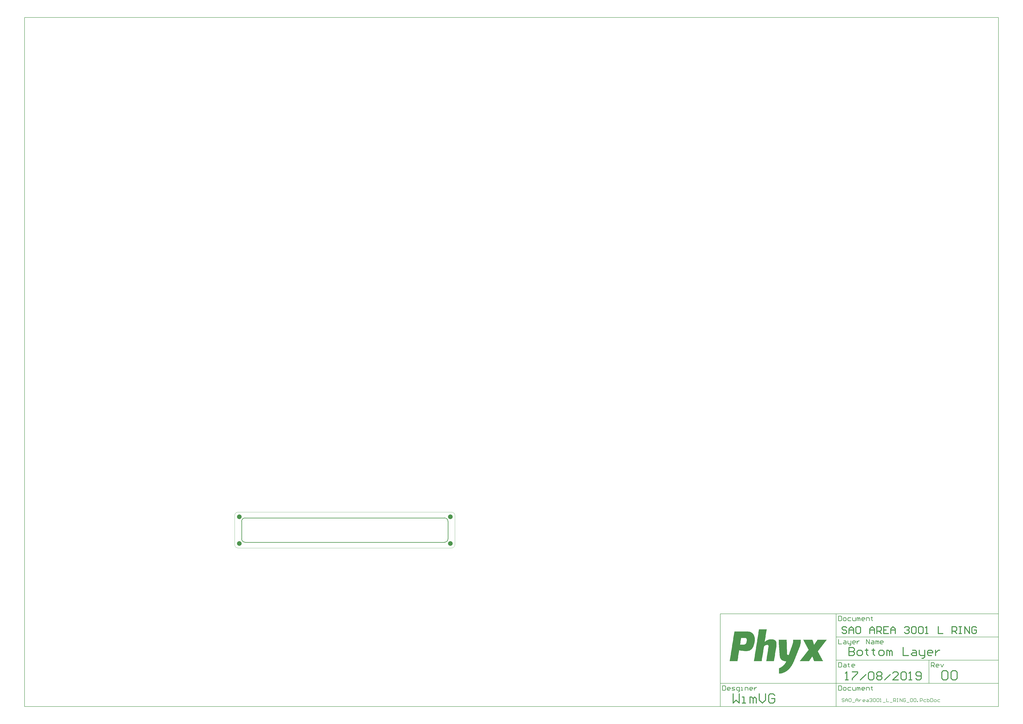
<source format=gbl>
G04*
G04 #@! TF.GenerationSoftware,Altium Limited,Altium Designer,18.1.7 (191)*
G04*
G04 Layer_Physical_Order=2*
G04 Layer_Color=16711680*
%FSLAX25Y25*%
%MOIN*%
G70*
G01*
G75*
%ADD10C,0.01575*%
%ADD11C,0.00984*%
%ADD12C,0.00394*%
%ADD13C,0.00787*%
%ADD15C,0.07874*%
G36*
X872201Y-141778D02*
X873919D01*
Y-142065D01*
X874778D01*
Y-142351D01*
X875637D01*
Y-142637D01*
X876496D01*
Y-142924D01*
X877069D01*
Y-143210D01*
X877355D01*
Y-143496D01*
X877928D01*
Y-143783D01*
X878214D01*
Y-144069D01*
X878786D01*
Y-144355D01*
X879073D01*
Y-144641D01*
X879359D01*
Y-144928D01*
X879646D01*
Y-145214D01*
X879932D01*
Y-145501D01*
X880218D01*
Y-145787D01*
X880504D01*
Y-146073D01*
Y-146359D01*
X880791D01*
Y-146646D01*
X881077D01*
Y-146932D01*
Y-147218D01*
X881363D01*
Y-147505D01*
X881650D01*
Y-147791D01*
Y-148077D01*
X881936D01*
Y-148364D01*
Y-148650D01*
Y-148936D01*
X882222D01*
Y-149223D01*
Y-149509D01*
Y-149795D01*
X882509D01*
Y-150082D01*
Y-150368D01*
Y-150654D01*
Y-150940D01*
X882795D01*
Y-151227D01*
Y-151513D01*
Y-151799D01*
Y-152086D01*
Y-152372D01*
X883081D01*
Y-152658D01*
Y-152945D01*
Y-153231D01*
Y-153517D01*
Y-153804D01*
Y-154090D01*
Y-154376D01*
Y-154663D01*
Y-154949D01*
Y-155235D01*
Y-155521D01*
Y-155808D01*
Y-156094D01*
Y-156380D01*
Y-156667D01*
Y-156953D01*
Y-157239D01*
Y-157526D01*
Y-157812D01*
Y-158098D01*
X882795D01*
Y-158385D01*
Y-158671D01*
Y-158957D01*
Y-159244D01*
Y-159530D01*
Y-159816D01*
Y-160102D01*
X882509D01*
Y-160389D01*
Y-160675D01*
Y-160961D01*
Y-161248D01*
Y-161534D01*
X882222D01*
Y-161820D01*
Y-162107D01*
Y-162393D01*
Y-162679D01*
Y-162966D01*
X881936D01*
Y-163252D01*
Y-163538D01*
Y-163824D01*
X881650D01*
Y-164111D01*
Y-164397D01*
Y-164683D01*
Y-164970D01*
X881363D01*
Y-165256D01*
Y-165542D01*
Y-165829D01*
X881077D01*
Y-166115D01*
Y-166401D01*
X880791D01*
Y-166688D01*
Y-166974D01*
Y-167260D01*
X880504D01*
Y-167547D01*
Y-167833D01*
X880218D01*
Y-168119D01*
Y-168405D01*
X879932D01*
Y-168692D01*
Y-168978D01*
X879646D01*
Y-169264D01*
X879359D01*
Y-169551D01*
Y-169837D01*
X879073D01*
Y-170123D01*
X878786D01*
Y-170410D01*
X878500D01*
Y-170696D01*
Y-170982D01*
X878214D01*
Y-171269D01*
X877928D01*
Y-171555D01*
X877641D01*
Y-171841D01*
X877355D01*
Y-172127D01*
X877069D01*
Y-172414D01*
X876496D01*
Y-172700D01*
X876210D01*
Y-172986D01*
X875637D01*
Y-173273D01*
X875351D01*
Y-173559D01*
X874778D01*
Y-173845D01*
X873919D01*
Y-174132D01*
X873060D01*
Y-174418D01*
X872201D01*
Y-174704D01*
X870483D01*
Y-174991D01*
X865330D01*
Y-174704D01*
X862753D01*
Y-174418D01*
X860749D01*
Y-174132D01*
X859317D01*
Y-173845D01*
X857886D01*
Y-173559D01*
X856454D01*
Y-173845D01*
Y-174132D01*
Y-174418D01*
Y-174704D01*
Y-174991D01*
Y-175277D01*
Y-175563D01*
X856168D01*
Y-175850D01*
Y-176136D01*
Y-176422D01*
Y-176709D01*
Y-176995D01*
Y-177281D01*
X855882D01*
Y-177568D01*
Y-177854D01*
Y-178140D01*
Y-178426D01*
Y-178713D01*
Y-178999D01*
X855595D01*
Y-179285D01*
Y-179572D01*
Y-179858D01*
Y-180144D01*
Y-180431D01*
Y-180717D01*
Y-181003D01*
X855309D01*
Y-181290D01*
Y-181576D01*
Y-181862D01*
Y-182149D01*
Y-182435D01*
Y-182721D01*
X855023D01*
Y-183007D01*
Y-183294D01*
Y-183580D01*
Y-183866D01*
Y-184153D01*
Y-184439D01*
X854736D01*
Y-184725D01*
Y-185012D01*
Y-185298D01*
Y-185584D01*
Y-185871D01*
Y-186157D01*
Y-186443D01*
X854450D01*
Y-186730D01*
Y-187016D01*
Y-187302D01*
Y-187588D01*
Y-187875D01*
Y-188161D01*
X854164D01*
Y-188447D01*
Y-188734D01*
Y-189020D01*
Y-189306D01*
Y-189593D01*
Y-189879D01*
X853877D01*
Y-190165D01*
Y-190452D01*
Y-190738D01*
Y-191024D01*
Y-191311D01*
Y-191597D01*
Y-191883D01*
X840421D01*
Y-191597D01*
X840707D01*
Y-191311D01*
Y-191024D01*
Y-190738D01*
Y-190452D01*
Y-190165D01*
X840993D01*
Y-189879D01*
Y-189593D01*
Y-189306D01*
Y-189020D01*
Y-188734D01*
Y-188447D01*
Y-188161D01*
X841280D01*
Y-187875D01*
Y-187588D01*
Y-187302D01*
Y-187016D01*
Y-186730D01*
Y-186443D01*
X841566D01*
Y-186157D01*
Y-185871D01*
Y-185584D01*
Y-185298D01*
Y-185012D01*
Y-184725D01*
X841852D01*
Y-184439D01*
Y-184153D01*
Y-183866D01*
Y-183580D01*
Y-183294D01*
Y-183007D01*
Y-182721D01*
X842138D01*
Y-182435D01*
Y-182149D01*
Y-181862D01*
Y-181576D01*
Y-181290D01*
Y-181003D01*
X842425D01*
Y-180717D01*
Y-180431D01*
Y-180144D01*
Y-179858D01*
Y-179572D01*
Y-179285D01*
X842711D01*
Y-178999D01*
Y-178713D01*
Y-178426D01*
Y-178140D01*
Y-177854D01*
Y-177568D01*
X842997D01*
Y-177281D01*
Y-176995D01*
Y-176709D01*
Y-176422D01*
Y-176136D01*
Y-175850D01*
Y-175563D01*
X843284D01*
Y-175277D01*
Y-174991D01*
Y-174704D01*
Y-174418D01*
Y-174132D01*
Y-173845D01*
X843570D01*
Y-173559D01*
Y-173273D01*
Y-172986D01*
Y-172700D01*
Y-172414D01*
Y-172127D01*
X843856D01*
Y-171841D01*
Y-171555D01*
Y-171269D01*
Y-170982D01*
Y-170696D01*
Y-170410D01*
X844143D01*
Y-170123D01*
Y-169837D01*
Y-169551D01*
Y-169264D01*
Y-168978D01*
Y-168692D01*
Y-168405D01*
X844429D01*
Y-168119D01*
Y-167833D01*
Y-167547D01*
Y-167260D01*
Y-166974D01*
Y-166688D01*
X844715D01*
Y-166401D01*
Y-166115D01*
Y-165829D01*
Y-165542D01*
Y-165256D01*
Y-164970D01*
X845002D01*
Y-164683D01*
Y-164397D01*
Y-164111D01*
Y-163824D01*
Y-163538D01*
Y-163252D01*
Y-162966D01*
X845288D01*
Y-162679D01*
Y-162393D01*
Y-162107D01*
Y-161820D01*
Y-161534D01*
Y-161248D01*
X845574D01*
Y-160961D01*
Y-160675D01*
Y-160389D01*
Y-160102D01*
Y-159816D01*
Y-159530D01*
X845861D01*
Y-159244D01*
Y-158957D01*
Y-158671D01*
Y-158385D01*
Y-158098D01*
Y-157812D01*
X846147D01*
Y-157526D01*
Y-157239D01*
Y-156953D01*
Y-156667D01*
Y-156380D01*
Y-156094D01*
Y-155808D01*
X846433D01*
Y-155521D01*
Y-155235D01*
Y-154949D01*
Y-154663D01*
Y-154376D01*
Y-154090D01*
X846719D01*
Y-153804D01*
Y-153517D01*
Y-153231D01*
Y-152945D01*
Y-152658D01*
Y-152372D01*
X847006D01*
Y-152086D01*
Y-151799D01*
Y-151513D01*
Y-151227D01*
Y-150940D01*
Y-150654D01*
Y-150368D01*
X847292D01*
Y-150082D01*
Y-149795D01*
Y-149509D01*
Y-149223D01*
Y-148936D01*
Y-148650D01*
X847578D01*
Y-148364D01*
Y-148077D01*
Y-147791D01*
Y-147505D01*
Y-147218D01*
Y-146932D01*
X847865D01*
Y-146646D01*
Y-146359D01*
Y-146073D01*
Y-145787D01*
Y-145501D01*
Y-145214D01*
Y-144928D01*
X848151D01*
Y-144641D01*
Y-144355D01*
Y-144069D01*
Y-143783D01*
Y-143496D01*
Y-143210D01*
X848437D01*
Y-142924D01*
Y-142637D01*
Y-142351D01*
Y-142065D01*
Y-141778D01*
Y-141492D01*
X872201D01*
Y-141778D01*
D02*
G37*
G36*
X903409Y-138343D02*
Y-138629D01*
X903123D01*
Y-138915D01*
Y-139202D01*
Y-139488D01*
Y-139774D01*
Y-140060D01*
Y-140347D01*
X902837D01*
Y-140633D01*
Y-140919D01*
Y-141206D01*
Y-141492D01*
Y-141778D01*
Y-142065D01*
X902551D01*
Y-142351D01*
Y-142637D01*
Y-142924D01*
Y-143210D01*
Y-143496D01*
Y-143783D01*
Y-144069D01*
X902264D01*
Y-144355D01*
Y-144641D01*
Y-144928D01*
Y-145214D01*
Y-145501D01*
Y-145787D01*
X901978D01*
Y-146073D01*
Y-146359D01*
Y-146646D01*
Y-146932D01*
Y-147218D01*
Y-147505D01*
X901692D01*
Y-147791D01*
Y-148077D01*
Y-148364D01*
Y-148650D01*
Y-148936D01*
Y-149223D01*
Y-149509D01*
X901405D01*
Y-149795D01*
Y-150082D01*
Y-150368D01*
Y-150654D01*
Y-150940D01*
Y-151227D01*
X901119D01*
Y-151513D01*
Y-151799D01*
Y-152086D01*
Y-152372D01*
Y-152658D01*
Y-152945D01*
X900833D01*
Y-153231D01*
Y-153517D01*
Y-153804D01*
Y-154090D01*
Y-154376D01*
Y-154663D01*
X900546D01*
Y-154949D01*
Y-155235D01*
Y-155521D01*
Y-155808D01*
Y-156094D01*
Y-156380D01*
Y-156667D01*
X900260D01*
Y-156953D01*
Y-157239D01*
Y-157526D01*
Y-157812D01*
Y-158098D01*
Y-158385D01*
X899974D01*
Y-158671D01*
Y-158957D01*
X900546D01*
Y-158671D01*
X900833D01*
Y-158385D01*
X901119D01*
Y-158098D01*
X901692D01*
Y-157812D01*
X901978D01*
Y-157526D01*
X902264D01*
Y-157239D01*
X902837D01*
Y-156953D01*
X903409D01*
Y-156667D01*
X903696D01*
Y-156380D01*
X904268D01*
Y-156094D01*
X905127D01*
Y-155808D01*
X905700D01*
Y-155521D01*
X906559D01*
Y-155235D01*
X907990D01*
Y-154949D01*
X914289D01*
Y-155235D01*
X915435D01*
Y-155521D01*
X916294D01*
Y-155808D01*
X916866D01*
Y-156094D01*
X917153D01*
Y-156380D01*
X917725D01*
Y-156667D01*
X918011D01*
Y-156953D01*
X918298D01*
Y-157239D01*
X918584D01*
Y-157526D01*
X918870D01*
Y-157812D01*
Y-158098D01*
X919157D01*
Y-158385D01*
Y-158671D01*
X919443D01*
Y-158957D01*
Y-159244D01*
Y-159530D01*
X919729D01*
Y-159816D01*
Y-160102D01*
Y-160389D01*
Y-160675D01*
X920016D01*
Y-160961D01*
Y-161248D01*
Y-161534D01*
Y-161820D01*
Y-162107D01*
Y-162393D01*
Y-162679D01*
Y-162966D01*
Y-163252D01*
Y-163538D01*
Y-163824D01*
Y-164111D01*
Y-164397D01*
Y-164683D01*
Y-164970D01*
Y-165256D01*
Y-165542D01*
Y-165829D01*
X919729D01*
Y-166115D01*
Y-166401D01*
Y-166688D01*
Y-166974D01*
Y-167260D01*
Y-167547D01*
Y-167833D01*
X919443D01*
Y-168119D01*
Y-168405D01*
Y-168692D01*
Y-168978D01*
Y-169264D01*
Y-169551D01*
Y-169837D01*
X919157D01*
Y-170123D01*
Y-170410D01*
Y-170696D01*
Y-170982D01*
Y-171269D01*
Y-171555D01*
X918870D01*
Y-171841D01*
Y-172127D01*
Y-172414D01*
Y-172700D01*
Y-172986D01*
Y-173273D01*
X918584D01*
Y-173559D01*
Y-173845D01*
Y-174132D01*
Y-174418D01*
Y-174704D01*
Y-174991D01*
X918298D01*
Y-175277D01*
Y-175563D01*
Y-175850D01*
Y-176136D01*
Y-176422D01*
Y-176709D01*
Y-176995D01*
X918011D01*
Y-177281D01*
Y-177568D01*
Y-177854D01*
Y-178140D01*
Y-178426D01*
Y-178713D01*
X917725D01*
Y-178999D01*
Y-179285D01*
Y-179572D01*
Y-179858D01*
Y-180144D01*
Y-180431D01*
X917439D01*
Y-180717D01*
Y-181003D01*
Y-181290D01*
Y-181576D01*
Y-181862D01*
Y-182149D01*
Y-182435D01*
X917153D01*
Y-182721D01*
Y-183007D01*
Y-183294D01*
Y-183580D01*
Y-183866D01*
Y-184153D01*
X916866D01*
Y-184439D01*
Y-184725D01*
Y-185012D01*
Y-185298D01*
Y-185584D01*
Y-185871D01*
X916580D01*
Y-186157D01*
Y-186443D01*
Y-186730D01*
Y-187016D01*
Y-187302D01*
Y-187588D01*
X916294D01*
Y-187875D01*
Y-188161D01*
Y-188447D01*
Y-188734D01*
Y-189020D01*
Y-189306D01*
Y-189593D01*
X916007D01*
Y-189879D01*
Y-190165D01*
Y-190452D01*
Y-190738D01*
Y-191024D01*
Y-191311D01*
X915721D01*
Y-191597D01*
Y-191883D01*
X902551D01*
Y-191597D01*
Y-191311D01*
X902837D01*
Y-191024D01*
Y-190738D01*
Y-190452D01*
Y-190165D01*
Y-189879D01*
Y-189593D01*
X903123D01*
Y-189306D01*
Y-189020D01*
Y-188734D01*
Y-188447D01*
Y-188161D01*
Y-187875D01*
Y-187588D01*
X903409D01*
Y-187302D01*
Y-187016D01*
Y-186730D01*
Y-186443D01*
Y-186157D01*
Y-185871D01*
X903696D01*
Y-185584D01*
Y-185298D01*
Y-185012D01*
Y-184725D01*
Y-184439D01*
Y-184153D01*
X903982D01*
Y-183866D01*
Y-183580D01*
Y-183294D01*
Y-183007D01*
Y-182721D01*
Y-182435D01*
Y-182149D01*
X904268D01*
Y-181862D01*
Y-181576D01*
Y-181290D01*
Y-181003D01*
Y-180717D01*
Y-180431D01*
X904555D01*
Y-180144D01*
Y-179858D01*
Y-179572D01*
Y-179285D01*
Y-178999D01*
Y-178713D01*
Y-178426D01*
X904841D01*
Y-178140D01*
Y-177854D01*
Y-177568D01*
Y-177281D01*
Y-176995D01*
Y-176709D01*
X905127D01*
Y-176422D01*
Y-176136D01*
Y-175850D01*
Y-175563D01*
Y-175277D01*
Y-174991D01*
X905414D01*
Y-174704D01*
Y-174418D01*
Y-174132D01*
Y-173845D01*
Y-173559D01*
Y-173273D01*
X905700D01*
Y-172986D01*
Y-172700D01*
Y-172414D01*
Y-172127D01*
Y-171841D01*
Y-171555D01*
Y-171269D01*
X905986D01*
Y-170982D01*
Y-170696D01*
Y-170410D01*
Y-170123D01*
Y-169837D01*
Y-169551D01*
X906273D01*
Y-169264D01*
Y-168978D01*
Y-168692D01*
Y-168405D01*
Y-168119D01*
Y-167833D01*
Y-167547D01*
X906559D01*
Y-167260D01*
Y-166974D01*
Y-166688D01*
Y-166401D01*
Y-166115D01*
Y-165829D01*
X906273D01*
Y-165542D01*
Y-165256D01*
X905986D01*
Y-164970D01*
X905700D01*
Y-164683D01*
X905127D01*
Y-164397D01*
X903409D01*
Y-164683D01*
X901978D01*
Y-164970D01*
X901119D01*
Y-165256D01*
X900546D01*
Y-165542D01*
X900260D01*
Y-165829D01*
X899687D01*
Y-166115D01*
X899401D01*
Y-166401D01*
X899115D01*
Y-166688D01*
Y-166974D01*
X898828D01*
Y-167260D01*
Y-167547D01*
Y-167833D01*
X898542D01*
Y-168119D01*
Y-168405D01*
Y-168692D01*
Y-168978D01*
Y-169264D01*
Y-169551D01*
X898256D01*
Y-169837D01*
Y-170123D01*
Y-170410D01*
Y-170696D01*
Y-170982D01*
Y-171269D01*
Y-171555D01*
X897970D01*
Y-171841D01*
Y-172127D01*
Y-172414D01*
Y-172700D01*
Y-172986D01*
Y-173273D01*
X897683D01*
Y-173559D01*
Y-173845D01*
Y-174132D01*
Y-174418D01*
Y-174704D01*
Y-174991D01*
X897397D01*
Y-175277D01*
Y-175563D01*
Y-175850D01*
Y-176136D01*
Y-176422D01*
Y-176709D01*
X897111D01*
Y-176995D01*
Y-177281D01*
Y-177568D01*
Y-177854D01*
Y-178140D01*
Y-178426D01*
Y-178713D01*
X896824D01*
Y-178999D01*
Y-179285D01*
Y-179572D01*
Y-179858D01*
Y-180144D01*
Y-180431D01*
X896538D01*
Y-180717D01*
Y-181003D01*
Y-181290D01*
Y-181576D01*
Y-181862D01*
Y-182149D01*
X896252D01*
Y-182435D01*
Y-182721D01*
Y-183007D01*
Y-183294D01*
Y-183580D01*
Y-183866D01*
Y-184153D01*
X895965D01*
Y-184439D01*
Y-184725D01*
Y-185012D01*
Y-185298D01*
Y-185584D01*
Y-185871D01*
X895679D01*
Y-186157D01*
Y-186443D01*
Y-186730D01*
Y-187016D01*
Y-187302D01*
Y-187588D01*
X895393D01*
Y-187875D01*
Y-188161D01*
Y-188447D01*
Y-188734D01*
Y-189020D01*
Y-189306D01*
X895106D01*
Y-189593D01*
Y-189879D01*
Y-190165D01*
Y-190452D01*
Y-190738D01*
Y-191024D01*
Y-191311D01*
X894820D01*
Y-191597D01*
Y-191883D01*
X881650D01*
Y-191597D01*
Y-191311D01*
X881936D01*
Y-191024D01*
Y-190738D01*
Y-190452D01*
Y-190165D01*
Y-189879D01*
Y-189593D01*
Y-189306D01*
X882222D01*
Y-189020D01*
Y-188734D01*
Y-188447D01*
Y-188161D01*
Y-187875D01*
Y-187588D01*
X882509D01*
Y-187302D01*
Y-187016D01*
Y-186730D01*
Y-186443D01*
Y-186157D01*
Y-185871D01*
X882795D01*
Y-185584D01*
Y-185298D01*
Y-185012D01*
Y-184725D01*
Y-184439D01*
Y-184153D01*
Y-183866D01*
X883081D01*
Y-183580D01*
Y-183294D01*
Y-183007D01*
Y-182721D01*
Y-182435D01*
Y-182149D01*
X883368D01*
Y-181862D01*
Y-181576D01*
Y-181290D01*
Y-181003D01*
Y-180717D01*
Y-180431D01*
X883654D01*
Y-180144D01*
Y-179858D01*
Y-179572D01*
Y-179285D01*
Y-178999D01*
Y-178713D01*
X883940D01*
Y-178426D01*
Y-178140D01*
Y-177854D01*
Y-177568D01*
Y-177281D01*
Y-176995D01*
Y-176709D01*
X884227D01*
Y-176422D01*
Y-176136D01*
Y-175850D01*
Y-175563D01*
Y-175277D01*
Y-174991D01*
X884513D01*
Y-174704D01*
Y-174418D01*
Y-174132D01*
Y-173845D01*
Y-173559D01*
Y-173273D01*
X884799D01*
Y-172986D01*
Y-172700D01*
Y-172414D01*
Y-172127D01*
Y-171841D01*
Y-171555D01*
Y-171269D01*
X885085D01*
Y-170982D01*
Y-170696D01*
Y-170410D01*
Y-170123D01*
Y-169837D01*
Y-169551D01*
X885372D01*
Y-169264D01*
Y-168978D01*
Y-168692D01*
Y-168405D01*
Y-168119D01*
Y-167833D01*
X885658D01*
Y-167547D01*
Y-167260D01*
Y-166974D01*
Y-166688D01*
Y-166401D01*
Y-166115D01*
X885944D01*
Y-165829D01*
Y-165542D01*
Y-165256D01*
Y-164970D01*
Y-164683D01*
Y-164397D01*
Y-164111D01*
X886231D01*
Y-163824D01*
Y-163538D01*
Y-163252D01*
Y-162966D01*
Y-162679D01*
Y-162393D01*
X886517D01*
Y-162107D01*
Y-161820D01*
Y-161534D01*
Y-161248D01*
Y-160961D01*
Y-160675D01*
X886803D01*
Y-160389D01*
Y-160102D01*
Y-159816D01*
Y-159530D01*
Y-159244D01*
Y-158957D01*
X887090D01*
Y-158671D01*
Y-158385D01*
Y-158098D01*
Y-157812D01*
Y-157526D01*
Y-157239D01*
Y-156953D01*
X887376D01*
Y-156667D01*
Y-156380D01*
Y-156094D01*
Y-155808D01*
Y-155521D01*
Y-155235D01*
X887662D01*
Y-154949D01*
Y-154663D01*
Y-154376D01*
Y-154090D01*
Y-153804D01*
Y-153517D01*
X887949D01*
Y-153231D01*
Y-152945D01*
Y-152658D01*
Y-152372D01*
Y-152086D01*
Y-151799D01*
Y-151513D01*
X888235D01*
Y-151227D01*
Y-150940D01*
Y-150654D01*
Y-150368D01*
Y-150082D01*
Y-149795D01*
X888521D01*
Y-149509D01*
Y-149223D01*
Y-148936D01*
Y-148650D01*
Y-148364D01*
Y-148077D01*
X888807D01*
Y-147791D01*
Y-147505D01*
Y-147218D01*
Y-146932D01*
Y-146646D01*
Y-146359D01*
X889094D01*
Y-146073D01*
Y-145787D01*
Y-145501D01*
Y-145214D01*
Y-144928D01*
Y-144641D01*
Y-144355D01*
X889380D01*
Y-144069D01*
Y-143783D01*
Y-143496D01*
Y-143210D01*
Y-142924D01*
Y-142637D01*
X889666D01*
Y-142351D01*
Y-142065D01*
Y-141778D01*
Y-141492D01*
Y-141206D01*
Y-140919D01*
X889953D01*
Y-140633D01*
Y-140347D01*
Y-140060D01*
Y-139774D01*
Y-139488D01*
Y-139202D01*
Y-138915D01*
X890239D01*
Y-138629D01*
Y-138343D01*
Y-138056D01*
X903409D01*
Y-138343D01*
D02*
G37*
G36*
X1005337Y-155808D02*
X1005050D01*
Y-156094D01*
X1004764D01*
Y-156380D01*
Y-156667D01*
X1004478D01*
Y-156953D01*
X1004192D01*
Y-157239D01*
X1003905D01*
Y-157526D01*
Y-157812D01*
X1003619D01*
Y-158098D01*
X1003333D01*
Y-158385D01*
X1003046D01*
Y-158671D01*
X1002760D01*
Y-158957D01*
Y-159244D01*
X1002474D01*
Y-159530D01*
X1002187D01*
Y-159816D01*
X1001901D01*
Y-160102D01*
Y-160389D01*
X1001615D01*
Y-160675D01*
X1001328D01*
Y-160961D01*
X1001042D01*
Y-161248D01*
X1000756D01*
Y-161534D01*
Y-161820D01*
X1000469D01*
Y-162107D01*
X1000183D01*
Y-162393D01*
X999897D01*
Y-162679D01*
Y-162966D01*
X999611D01*
Y-163252D01*
X999324D01*
Y-163538D01*
X999038D01*
Y-163824D01*
Y-164111D01*
X998752D01*
Y-164397D01*
X998465D01*
Y-164683D01*
X998179D01*
Y-164970D01*
X997893D01*
Y-165256D01*
Y-165542D01*
X997606D01*
Y-165829D01*
X997320D01*
Y-166115D01*
X997034D01*
Y-166401D01*
Y-166688D01*
X996747D01*
Y-166974D01*
X996461D01*
Y-167260D01*
X996175D01*
Y-167547D01*
Y-167833D01*
X995889D01*
Y-168119D01*
X995602D01*
Y-168405D01*
X995316D01*
Y-168692D01*
X995030D01*
Y-168978D01*
Y-169264D01*
X994743D01*
Y-169551D01*
X994457D01*
Y-169837D01*
X994171D01*
Y-170123D01*
Y-170410D01*
X993884D01*
Y-170696D01*
X993598D01*
Y-170982D01*
X993312D01*
Y-171269D01*
Y-171555D01*
X993025D01*
Y-171841D01*
X992739D01*
Y-172127D01*
X992453D01*
Y-172414D01*
X992166D01*
Y-172700D01*
Y-172986D01*
X991880D01*
Y-173273D01*
X991594D01*
Y-173559D01*
X991308D01*
Y-173845D01*
Y-174132D01*
X991021D01*
Y-174418D01*
X990735D01*
Y-174704D01*
X990449D01*
Y-174991D01*
X990162D01*
Y-175277D01*
Y-175563D01*
X990449D01*
Y-175850D01*
Y-176136D01*
X990735D01*
Y-176422D01*
Y-176709D01*
X991021D01*
Y-176995D01*
X991308D01*
Y-177281D01*
Y-177568D01*
X991594D01*
Y-177854D01*
Y-178140D01*
X991880D01*
Y-178426D01*
Y-178713D01*
X992166D01*
Y-178999D01*
Y-179285D01*
X992453D01*
Y-179572D01*
Y-179858D01*
X992739D01*
Y-180144D01*
Y-180431D01*
X993025D01*
Y-180717D01*
Y-181003D01*
X993312D01*
Y-181290D01*
Y-181576D01*
X993598D01*
Y-181862D01*
X993884D01*
Y-182149D01*
Y-182435D01*
X994171D01*
Y-182721D01*
Y-183007D01*
X994457D01*
Y-183294D01*
Y-183580D01*
X994743D01*
Y-183866D01*
Y-184153D01*
X995030D01*
Y-184439D01*
Y-184725D01*
X995316D01*
Y-185012D01*
Y-185298D01*
X995602D01*
Y-185584D01*
Y-185871D01*
X995889D01*
Y-186157D01*
X996175D01*
Y-186443D01*
Y-186730D01*
X996461D01*
Y-187016D01*
Y-187302D01*
X996747D01*
Y-187588D01*
Y-187875D01*
X997034D01*
Y-188161D01*
Y-188447D01*
X997320D01*
Y-188734D01*
Y-189020D01*
X997606D01*
Y-189306D01*
Y-189593D01*
X997893D01*
Y-189879D01*
Y-190165D01*
X998179D01*
Y-190452D01*
X998465D01*
Y-190738D01*
Y-191024D01*
X998752D01*
Y-191311D01*
Y-191597D01*
X999038D01*
Y-191883D01*
X983863D01*
Y-191597D01*
X983577D01*
Y-191311D01*
Y-191024D01*
Y-190738D01*
X983291D01*
Y-190452D01*
Y-190165D01*
Y-189879D01*
X983004D01*
Y-189593D01*
Y-189306D01*
X982718D01*
Y-189020D01*
Y-188734D01*
Y-188447D01*
X982432D01*
Y-188161D01*
Y-187875D01*
Y-187588D01*
X982146D01*
Y-187302D01*
Y-187016D01*
X981859D01*
Y-186730D01*
Y-186443D01*
Y-186157D01*
X981573D01*
Y-185871D01*
Y-185584D01*
Y-185298D01*
X981287D01*
Y-185012D01*
Y-184725D01*
Y-184439D01*
X981000D01*
Y-184153D01*
X980428D01*
Y-184439D01*
Y-184725D01*
X980141D01*
Y-185012D01*
X979855D01*
Y-185298D01*
Y-185584D01*
X979569D01*
Y-185871D01*
X979282D01*
Y-186157D01*
Y-186443D01*
X978996D01*
Y-186730D01*
X978710D01*
Y-187016D01*
Y-187302D01*
X978423D01*
Y-187588D01*
X978137D01*
Y-187875D01*
X977851D01*
Y-188161D01*
Y-188447D01*
X977565D01*
Y-188734D01*
X977278D01*
Y-189020D01*
Y-189306D01*
X976992D01*
Y-189593D01*
X976705D01*
Y-189879D01*
Y-190165D01*
X976419D01*
Y-190452D01*
X976133D01*
Y-190738D01*
Y-191024D01*
X975847D01*
Y-191311D01*
X975560D01*
Y-191597D01*
Y-191883D01*
X959527D01*
Y-191597D01*
X959813D01*
Y-191311D01*
X960099D01*
Y-191024D01*
X960386D01*
Y-190738D01*
X960672D01*
Y-190452D01*
Y-190165D01*
X960958D01*
Y-189879D01*
X961245D01*
Y-189593D01*
X961531D01*
Y-189306D01*
X961817D01*
Y-189020D01*
Y-188734D01*
X962104D01*
Y-188447D01*
X962390D01*
Y-188161D01*
X962676D01*
Y-187875D01*
Y-187588D01*
X962963D01*
Y-187302D01*
X963249D01*
Y-187016D01*
X963535D01*
Y-186730D01*
X963822D01*
Y-186443D01*
Y-186157D01*
X964108D01*
Y-185871D01*
X964394D01*
Y-185584D01*
X964680D01*
Y-185298D01*
X964967D01*
Y-185012D01*
Y-184725D01*
X965253D01*
Y-184439D01*
X965539D01*
Y-184153D01*
X965826D01*
Y-183866D01*
Y-183580D01*
X966112D01*
Y-183294D01*
X966398D01*
Y-183007D01*
X966685D01*
Y-182721D01*
X966971D01*
Y-182435D01*
Y-182149D01*
X967257D01*
Y-181862D01*
X967544D01*
Y-181576D01*
X967830D01*
Y-181290D01*
Y-181003D01*
X968116D01*
Y-180717D01*
X968402D01*
Y-180431D01*
X968689D01*
Y-180144D01*
X968975D01*
Y-179858D01*
Y-179572D01*
X969261D01*
Y-179285D01*
X969548D01*
Y-178999D01*
X969834D01*
Y-178713D01*
Y-178426D01*
X970120D01*
Y-178140D01*
X970407D01*
Y-177854D01*
X970693D01*
Y-177568D01*
X970979D01*
Y-177281D01*
Y-176995D01*
X971266D01*
Y-176709D01*
X971552D01*
Y-176422D01*
X971838D01*
Y-176136D01*
X972124D01*
Y-175850D01*
Y-175563D01*
X972411D01*
Y-175277D01*
X972697D01*
Y-174991D01*
X972983D01*
Y-174704D01*
Y-174418D01*
X973270D01*
Y-174132D01*
X973556D01*
Y-173845D01*
X973842D01*
Y-173559D01*
X974129D01*
Y-173273D01*
Y-172986D01*
X974415D01*
Y-172700D01*
Y-172414D01*
Y-172127D01*
X974129D01*
Y-171841D01*
X973842D01*
Y-171555D01*
Y-171269D01*
X973556D01*
Y-170982D01*
Y-170696D01*
X973270D01*
Y-170410D01*
Y-170123D01*
X972983D01*
Y-169837D01*
Y-169551D01*
X972697D01*
Y-169264D01*
Y-168978D01*
X972411D01*
Y-168692D01*
Y-168405D01*
X972124D01*
Y-168119D01*
X971838D01*
Y-167833D01*
Y-167547D01*
X971552D01*
Y-167260D01*
Y-166974D01*
X971266D01*
Y-166688D01*
Y-166401D01*
X970979D01*
Y-166115D01*
Y-165829D01*
X970693D01*
Y-165542D01*
Y-165256D01*
X970407D01*
Y-164970D01*
Y-164683D01*
X970120D01*
Y-164397D01*
X969834D01*
Y-164111D01*
Y-163824D01*
X969548D01*
Y-163538D01*
Y-163252D01*
X969261D01*
Y-162966D01*
Y-162679D01*
X968975D01*
Y-162393D01*
Y-162107D01*
X968689D01*
Y-161820D01*
Y-161534D01*
X968402D01*
Y-161248D01*
Y-160961D01*
X968116D01*
Y-160675D01*
Y-160389D01*
X967830D01*
Y-160102D01*
X967544D01*
Y-159816D01*
Y-159530D01*
X967257D01*
Y-159244D01*
Y-158957D01*
X966971D01*
Y-158671D01*
Y-158385D01*
X966685D01*
Y-158098D01*
Y-157812D01*
X966398D01*
Y-157526D01*
Y-157239D01*
X966112D01*
Y-156953D01*
Y-156667D01*
X965826D01*
Y-156380D01*
X965539D01*
Y-156094D01*
Y-155808D01*
X965253D01*
Y-155521D01*
X981000D01*
Y-155808D01*
X981287D01*
Y-156094D01*
Y-156380D01*
Y-156667D01*
X981573D01*
Y-156953D01*
Y-157239D01*
Y-157526D01*
X981859D01*
Y-157812D01*
Y-158098D01*
Y-158385D01*
X982146D01*
Y-158671D01*
Y-158957D01*
Y-159244D01*
X982432D01*
Y-159530D01*
Y-159816D01*
Y-160102D01*
X982718D01*
Y-160389D01*
Y-160675D01*
Y-160961D01*
X983004D01*
Y-161248D01*
Y-161534D01*
Y-161820D01*
X983291D01*
Y-162107D01*
Y-162393D01*
Y-162679D01*
X983577D01*
Y-162966D01*
Y-163252D01*
Y-163538D01*
Y-163824D01*
X984150D01*
Y-163538D01*
X984436D01*
Y-163252D01*
X984722D01*
Y-162966D01*
Y-162679D01*
X985009D01*
Y-162393D01*
X985295D01*
Y-162107D01*
Y-161820D01*
X985581D01*
Y-161534D01*
X985868D01*
Y-161248D01*
Y-160961D01*
X986154D01*
Y-160675D01*
X986440D01*
Y-160389D01*
Y-160102D01*
X986726D01*
Y-159816D01*
X987013D01*
Y-159530D01*
Y-159244D01*
X987299D01*
Y-158957D01*
X987585D01*
Y-158671D01*
Y-158385D01*
X987872D01*
Y-158098D01*
X988158D01*
Y-157812D01*
Y-157526D01*
X988444D01*
Y-157239D01*
X988731D01*
Y-156953D01*
Y-156667D01*
X989017D01*
Y-156380D01*
X989303D01*
Y-156094D01*
Y-155808D01*
X989590D01*
Y-155521D01*
X1005337D01*
Y-155808D01*
D02*
G37*
G36*
X961245D02*
Y-156094D01*
Y-156380D01*
Y-156667D01*
Y-156953D01*
Y-157239D01*
Y-157526D01*
Y-157812D01*
Y-158098D01*
Y-158385D01*
Y-158671D01*
Y-158957D01*
Y-159244D01*
Y-159530D01*
Y-159816D01*
Y-160102D01*
Y-160389D01*
Y-160675D01*
Y-160961D01*
Y-161248D01*
Y-161534D01*
X960958D01*
Y-161820D01*
Y-162107D01*
Y-162393D01*
Y-162679D01*
Y-162966D01*
X960672D01*
Y-163252D01*
Y-163538D01*
Y-163824D01*
Y-164111D01*
X960386D01*
Y-164397D01*
Y-164683D01*
Y-164970D01*
Y-165256D01*
X960099D01*
Y-165542D01*
Y-165829D01*
Y-166115D01*
X959813D01*
Y-166401D01*
Y-166688D01*
Y-166974D01*
X959527D01*
Y-167260D01*
Y-167547D01*
Y-167833D01*
X959241D01*
Y-168119D01*
Y-168405D01*
Y-168692D01*
X958954D01*
Y-168978D01*
Y-169264D01*
X958668D01*
Y-169551D01*
Y-169837D01*
X958381D01*
Y-170123D01*
Y-170410D01*
Y-170696D01*
X958095D01*
Y-170982D01*
Y-171269D01*
X957809D01*
Y-171555D01*
Y-171841D01*
Y-172127D01*
X957523D01*
Y-172414D01*
Y-172700D01*
X957236D01*
Y-172986D01*
Y-173273D01*
Y-173559D01*
X956950D01*
Y-173845D01*
Y-174132D01*
X956664D01*
Y-174418D01*
Y-174704D01*
Y-174991D01*
X956377D01*
Y-175277D01*
Y-175563D01*
X956091D01*
Y-175850D01*
Y-176136D01*
Y-176422D01*
X955805D01*
Y-176709D01*
Y-176995D01*
X955518D01*
Y-177281D01*
Y-177568D01*
Y-177854D01*
X955232D01*
Y-178140D01*
Y-178426D01*
X954946D01*
Y-178713D01*
Y-178999D01*
Y-179285D01*
X954659D01*
Y-179572D01*
Y-179858D01*
X954373D01*
Y-180144D01*
Y-180431D01*
Y-180717D01*
X954087D01*
Y-181003D01*
Y-181290D01*
X953800D01*
Y-181576D01*
Y-181862D01*
Y-182149D01*
X953514D01*
Y-182435D01*
Y-182721D01*
X953228D01*
Y-183007D01*
Y-183294D01*
Y-183580D01*
X952942D01*
Y-183866D01*
Y-184153D01*
X952655D01*
Y-184439D01*
Y-184725D01*
Y-185012D01*
X952369D01*
Y-185298D01*
Y-185584D01*
X952083D01*
Y-185871D01*
Y-186157D01*
Y-186443D01*
X951796D01*
Y-186730D01*
Y-187016D01*
X951510D01*
Y-187302D01*
Y-187588D01*
Y-187875D01*
X951224D01*
Y-188161D01*
Y-188447D01*
X950937D01*
Y-188734D01*
Y-189020D01*
Y-189306D01*
X950651D01*
Y-189593D01*
Y-189879D01*
X950365D01*
Y-190165D01*
Y-190452D01*
Y-190738D01*
X950078D01*
Y-191024D01*
Y-191311D01*
X949792D01*
Y-191597D01*
Y-191883D01*
Y-192169D01*
X949506D01*
Y-192456D01*
Y-192742D01*
X949220D01*
Y-193028D01*
Y-193315D01*
X948933D01*
Y-193601D01*
Y-193887D01*
X948647D01*
Y-194174D01*
Y-194460D01*
Y-194746D01*
X948361D01*
Y-195033D01*
X948074D01*
Y-195319D01*
Y-195605D01*
Y-195891D01*
X947788D01*
Y-196178D01*
X947502D01*
Y-196464D01*
Y-196750D01*
X947215D01*
Y-197037D01*
Y-197323D01*
X946929D01*
Y-197609D01*
Y-197896D01*
X946643D01*
Y-198182D01*
Y-198468D01*
X946356D01*
Y-198755D01*
X946070D01*
Y-199041D01*
Y-199327D01*
X945784D01*
Y-199614D01*
Y-199900D01*
X945497D01*
Y-200186D01*
X945211D01*
Y-200472D01*
X944925D01*
Y-200759D01*
Y-201045D01*
X944639D01*
Y-201331D01*
X944352D01*
Y-201618D01*
Y-201904D01*
X944066D01*
Y-202190D01*
X943780D01*
Y-202477D01*
X943493D01*
Y-202763D01*
Y-203049D01*
X943207D01*
Y-203336D01*
X942921D01*
Y-203622D01*
X942634D01*
Y-203908D01*
X942348D01*
Y-204195D01*
X942062D01*
Y-204481D01*
Y-204767D01*
X941775D01*
Y-205053D01*
X941489D01*
Y-205340D01*
X941203D01*
Y-205626D01*
X940916D01*
Y-205912D01*
X940630D01*
Y-206199D01*
X940344D01*
Y-206485D01*
X940057D01*
Y-206771D01*
X939485D01*
Y-207058D01*
X939199D01*
Y-207344D01*
X938912D01*
Y-207630D01*
X938626D01*
Y-207917D01*
X938340D01*
Y-208203D01*
X937767D01*
Y-208489D01*
X937481D01*
Y-208776D01*
X936908D01*
Y-209062D01*
X936622D01*
Y-209348D01*
X936049D01*
Y-209634D01*
X935763D01*
Y-209921D01*
X935190D01*
Y-210207D01*
X934618D01*
Y-210493D01*
X934045D01*
Y-210780D01*
X933472D01*
Y-211066D01*
X932900D01*
Y-211352D01*
X932041D01*
Y-211639D01*
X931468D01*
Y-211925D01*
X930609D01*
Y-212211D01*
X929464D01*
Y-212498D01*
X928319D01*
Y-212784D01*
X926601D01*
Y-213070D01*
X924597D01*
Y-213357D01*
X924310D01*
Y-213070D01*
Y-212784D01*
Y-212498D01*
Y-212211D01*
Y-211925D01*
Y-211639D01*
Y-211352D01*
Y-211066D01*
Y-210780D01*
Y-210493D01*
Y-210207D01*
Y-209921D01*
Y-209634D01*
Y-209348D01*
Y-209062D01*
Y-208776D01*
Y-208489D01*
Y-208203D01*
Y-207917D01*
Y-207630D01*
Y-207344D01*
Y-207058D01*
Y-206771D01*
Y-206485D01*
Y-206199D01*
Y-205912D01*
Y-205626D01*
Y-205340D01*
Y-205053D01*
Y-204767D01*
Y-204481D01*
Y-204195D01*
Y-203908D01*
X924883D01*
Y-203622D01*
X925455D01*
Y-203336D01*
X926028D01*
Y-203049D01*
X926601D01*
Y-202763D01*
X927173D01*
Y-202477D01*
X927746D01*
Y-202190D01*
X928032D01*
Y-201904D01*
X928605D01*
Y-201618D01*
X928891D01*
Y-201331D01*
X929464D01*
Y-201045D01*
X929750D01*
Y-200759D01*
X930037D01*
Y-200472D01*
X930609D01*
Y-200186D01*
X930896D01*
Y-199900D01*
X931182D01*
Y-199614D01*
X931468D01*
Y-199327D01*
X931754D01*
Y-199041D01*
X932041D01*
Y-198755D01*
X932327D01*
Y-198468D01*
X932613D01*
Y-198182D01*
X932900D01*
Y-197896D01*
X933186D01*
Y-197609D01*
X933472D01*
Y-197323D01*
X933759D01*
Y-197037D01*
Y-196750D01*
X934045D01*
Y-196464D01*
X934331D01*
Y-196178D01*
X934618D01*
Y-195891D01*
Y-195605D01*
X934904D01*
Y-195319D01*
X935190D01*
Y-195033D01*
Y-194746D01*
X935476D01*
Y-194460D01*
Y-194174D01*
X935763D01*
Y-193887D01*
X936049D01*
Y-193601D01*
Y-193315D01*
X936335D01*
Y-193028D01*
Y-192742D01*
X936622D01*
Y-192456D01*
Y-192169D01*
X934904D01*
Y-191883D01*
X932900D01*
Y-191597D01*
X931754D01*
Y-191311D01*
X931182D01*
Y-191024D01*
X930323D01*
Y-190738D01*
X929750D01*
Y-190452D01*
X929464D01*
Y-190165D01*
X928891D01*
Y-189879D01*
X928605D01*
Y-189593D01*
X928319D01*
Y-189306D01*
X928032D01*
Y-189020D01*
X927746D01*
Y-188734D01*
X927460D01*
Y-188447D01*
Y-188161D01*
X927173D01*
Y-187875D01*
X926887D01*
Y-187588D01*
Y-187302D01*
X926601D01*
Y-187016D01*
Y-186730D01*
X926315D01*
Y-186443D01*
Y-186157D01*
X926028D01*
Y-185871D01*
Y-185584D01*
Y-185298D01*
X925742D01*
Y-185012D01*
Y-184725D01*
Y-184439D01*
Y-184153D01*
X925455D01*
Y-183866D01*
Y-183580D01*
Y-183294D01*
Y-183007D01*
Y-182721D01*
Y-182435D01*
Y-182149D01*
X925169D01*
Y-181862D01*
Y-181576D01*
Y-181290D01*
Y-181003D01*
Y-180717D01*
Y-180431D01*
Y-180144D01*
Y-179858D01*
Y-179572D01*
Y-179285D01*
Y-178999D01*
Y-178713D01*
Y-178426D01*
Y-178140D01*
Y-177854D01*
X924883D01*
Y-177568D01*
Y-177281D01*
Y-176995D01*
Y-176709D01*
Y-176422D01*
Y-176136D01*
Y-175850D01*
Y-175563D01*
Y-175277D01*
Y-174991D01*
Y-174704D01*
Y-174418D01*
Y-174132D01*
Y-173845D01*
Y-173559D01*
X924597D01*
Y-173273D01*
Y-172986D01*
Y-172700D01*
Y-172414D01*
Y-172127D01*
Y-171841D01*
Y-171555D01*
Y-171269D01*
Y-170982D01*
Y-170696D01*
Y-170410D01*
Y-170123D01*
Y-169837D01*
Y-169551D01*
Y-169264D01*
Y-168978D01*
X924310D01*
Y-168692D01*
Y-168405D01*
Y-168119D01*
Y-167833D01*
Y-167547D01*
Y-167260D01*
Y-166974D01*
Y-166688D01*
Y-166401D01*
Y-166115D01*
Y-165829D01*
Y-165542D01*
Y-165256D01*
Y-164970D01*
Y-164683D01*
Y-164397D01*
X924024D01*
Y-164111D01*
Y-163824D01*
Y-163538D01*
Y-163252D01*
Y-162966D01*
Y-162679D01*
Y-162393D01*
Y-162107D01*
Y-161820D01*
Y-161534D01*
Y-161248D01*
Y-160961D01*
Y-160675D01*
Y-160389D01*
X923738D01*
Y-160102D01*
Y-159816D01*
Y-159530D01*
Y-159244D01*
Y-158957D01*
Y-158671D01*
Y-158385D01*
Y-158098D01*
Y-157812D01*
Y-157526D01*
Y-157239D01*
Y-156953D01*
Y-156667D01*
Y-156380D01*
Y-156094D01*
Y-155808D01*
X923451D01*
Y-155521D01*
X937194D01*
Y-155808D01*
Y-156094D01*
Y-156380D01*
Y-156667D01*
Y-156953D01*
Y-157239D01*
Y-157526D01*
Y-157812D01*
Y-158098D01*
Y-158385D01*
Y-158671D01*
Y-158957D01*
Y-159244D01*
Y-159530D01*
X937481D01*
Y-159816D01*
Y-160102D01*
Y-160389D01*
Y-160675D01*
Y-160961D01*
Y-161248D01*
Y-161534D01*
Y-161820D01*
Y-162107D01*
Y-162393D01*
Y-162679D01*
Y-162966D01*
Y-163252D01*
Y-163538D01*
Y-163824D01*
Y-164111D01*
Y-164397D01*
Y-164683D01*
Y-164970D01*
Y-165256D01*
Y-165542D01*
Y-165829D01*
Y-166115D01*
Y-166401D01*
Y-166688D01*
Y-166974D01*
Y-167260D01*
Y-167547D01*
Y-167833D01*
Y-168119D01*
Y-168405D01*
Y-168692D01*
Y-168978D01*
Y-169264D01*
Y-169551D01*
Y-169837D01*
Y-170123D01*
Y-170410D01*
Y-170696D01*
Y-170982D01*
Y-171269D01*
X937767D01*
Y-171555D01*
X937481D01*
Y-171841D01*
Y-172127D01*
X937767D01*
Y-172414D01*
Y-172700D01*
Y-172986D01*
Y-173273D01*
Y-173559D01*
Y-173845D01*
Y-174132D01*
Y-174418D01*
Y-174704D01*
Y-174991D01*
Y-175277D01*
Y-175563D01*
Y-175850D01*
Y-176136D01*
Y-176422D01*
Y-176709D01*
Y-176995D01*
Y-177281D01*
Y-177568D01*
Y-177854D01*
Y-178140D01*
Y-178426D01*
Y-178713D01*
Y-178999D01*
Y-179285D01*
Y-179572D01*
X938053D01*
Y-179858D01*
Y-180144D01*
Y-180431D01*
X938340D01*
Y-180717D01*
X938626D01*
Y-181003D01*
X938912D01*
Y-181290D01*
X939771D01*
Y-181576D01*
X940630D01*
Y-181290D01*
X940916D01*
Y-181003D01*
Y-180717D01*
Y-180431D01*
X941203D01*
Y-180144D01*
Y-179858D01*
X941489D01*
Y-179572D01*
Y-179285D01*
Y-178999D01*
X941775D01*
Y-178713D01*
Y-178426D01*
Y-178140D01*
X942062D01*
Y-177854D01*
Y-177568D01*
Y-177281D01*
X942348D01*
Y-176995D01*
Y-176709D01*
Y-176422D01*
X942634D01*
Y-176136D01*
Y-175850D01*
X942921D01*
Y-175563D01*
Y-175277D01*
Y-174991D01*
X943207D01*
Y-174704D01*
Y-174418D01*
Y-174132D01*
X943493D01*
Y-173845D01*
Y-173559D01*
Y-173273D01*
X943780D01*
Y-172986D01*
Y-172700D01*
X944066D01*
Y-172414D01*
Y-172127D01*
Y-171841D01*
X944352D01*
Y-171555D01*
Y-171269D01*
Y-170982D01*
X944639D01*
Y-170696D01*
Y-170410D01*
Y-170123D01*
X944925D01*
Y-169837D01*
Y-169551D01*
X945211D01*
Y-169264D01*
Y-168978D01*
Y-168692D01*
X945497D01*
Y-168405D01*
Y-168119D01*
Y-167833D01*
X945784D01*
Y-167547D01*
Y-167260D01*
Y-166974D01*
X946070D01*
Y-166688D01*
Y-166401D01*
X946356D01*
Y-166115D01*
Y-165829D01*
Y-165542D01*
X946643D01*
Y-165256D01*
Y-164970D01*
Y-164683D01*
X946929D01*
Y-164397D01*
Y-164111D01*
Y-163824D01*
X947215D01*
Y-163538D01*
Y-163252D01*
Y-162966D01*
Y-162679D01*
X947502D01*
Y-162393D01*
Y-162107D01*
Y-161820D01*
Y-161534D01*
X947788D01*
Y-161248D01*
Y-160961D01*
Y-160675D01*
Y-160389D01*
Y-160102D01*
X948074D01*
Y-159816D01*
Y-159530D01*
Y-159244D01*
Y-158957D01*
Y-158671D01*
Y-158385D01*
X948361D01*
Y-158098D01*
Y-157812D01*
Y-157526D01*
Y-157239D01*
Y-156953D01*
Y-156667D01*
Y-156380D01*
Y-156094D01*
Y-155808D01*
Y-155521D01*
X961245D01*
Y-155808D01*
D02*
G37*
%LPC*%
G36*
X867907Y-152658D02*
X859890D01*
Y-152945D01*
Y-153231D01*
Y-153517D01*
Y-153804D01*
Y-154090D01*
X859604D01*
Y-154376D01*
Y-154663D01*
Y-154949D01*
Y-155235D01*
Y-155521D01*
Y-155808D01*
X859317D01*
Y-156094D01*
Y-156380D01*
Y-156667D01*
Y-156953D01*
Y-157239D01*
Y-157526D01*
X859031D01*
Y-157812D01*
Y-158098D01*
Y-158385D01*
Y-158671D01*
Y-158957D01*
Y-159244D01*
X858745D01*
Y-159530D01*
Y-159816D01*
Y-160102D01*
Y-160389D01*
Y-160675D01*
Y-160961D01*
Y-161248D01*
X858458D01*
Y-161534D01*
Y-161820D01*
Y-162107D01*
Y-162393D01*
Y-162679D01*
Y-162966D01*
X858172D01*
Y-163252D01*
Y-163538D01*
Y-163824D01*
X865330D01*
Y-163538D01*
X866475D01*
Y-163252D01*
X867048D01*
Y-162966D01*
X867334D01*
Y-162679D01*
X867620D01*
Y-162393D01*
X867907D01*
Y-162107D01*
X868193D01*
Y-161820D01*
Y-161534D01*
X868479D01*
Y-161248D01*
Y-160961D01*
X868766D01*
Y-160675D01*
Y-160389D01*
X869052D01*
Y-160102D01*
Y-159816D01*
Y-159530D01*
Y-159244D01*
X869338D01*
Y-158957D01*
Y-158671D01*
Y-158385D01*
Y-158098D01*
Y-157812D01*
X869625D01*
Y-157526D01*
Y-157239D01*
Y-156953D01*
Y-156667D01*
Y-156380D01*
Y-156094D01*
Y-155808D01*
Y-155521D01*
Y-155235D01*
Y-154949D01*
Y-154663D01*
X869338D01*
Y-154376D01*
Y-154090D01*
X869052D01*
Y-153804D01*
Y-153517D01*
X868766D01*
Y-153231D01*
X868479D01*
Y-152945D01*
X867907D01*
Y-152658D01*
D02*
G37*
%LPD*%
D10*
X1042921Y-168552D02*
Y-182327D01*
X1049809D01*
X1052104Y-180031D01*
Y-177735D01*
X1049809Y-175439D01*
X1042921D01*
X1049809D01*
X1052104Y-173144D01*
Y-170848D01*
X1049809Y-168552D01*
X1042921D01*
X1058992Y-182327D02*
X1063584D01*
X1065879Y-180031D01*
Y-175439D01*
X1063584Y-173144D01*
X1058992D01*
X1056696Y-175439D01*
Y-180031D01*
X1058992Y-182327D01*
X1072767Y-170848D02*
Y-173144D01*
X1070471D01*
X1075063D01*
X1072767D01*
Y-180031D01*
X1075063Y-182327D01*
X1084246Y-170848D02*
Y-173144D01*
X1081950D01*
X1086542D01*
X1084246D01*
Y-180031D01*
X1086542Y-182327D01*
X1095725D02*
X1100317D01*
X1102613Y-180031D01*
Y-175439D01*
X1100317Y-173144D01*
X1095725D01*
X1093430Y-175439D01*
Y-180031D01*
X1095725Y-182327D01*
X1107205D02*
Y-173144D01*
X1109501D01*
X1111796Y-175439D01*
Y-182327D01*
Y-175439D01*
X1114092Y-173144D01*
X1116388Y-175439D01*
Y-182327D01*
X1134755Y-168552D02*
Y-182327D01*
X1143938D01*
X1150826Y-173144D02*
X1155417D01*
X1157713Y-175439D01*
Y-182327D01*
X1150826D01*
X1148530Y-180031D01*
X1150826Y-177735D01*
X1157713D01*
X1162305Y-173144D02*
Y-180031D01*
X1164601Y-182327D01*
X1171488D01*
Y-184623D01*
X1169193Y-186919D01*
X1166897D01*
X1171488Y-182327D02*
Y-173144D01*
X1182968Y-182327D02*
X1178376D01*
X1176080Y-180031D01*
Y-175439D01*
X1178376Y-173144D01*
X1182968D01*
X1185263Y-175439D01*
Y-177735D01*
X1176080D01*
X1189855Y-173144D02*
Y-182327D01*
Y-177735D01*
X1192151Y-175439D01*
X1194447Y-173144D01*
X1196743D01*
X846071Y-247293D02*
Y-263036D01*
X851318Y-257788D01*
X856566Y-263036D01*
Y-247293D01*
X861814Y-263036D02*
X867061D01*
X864437D01*
Y-252540D01*
X861814D01*
X874933Y-263036D02*
Y-252540D01*
X877556D01*
X880180Y-255164D01*
Y-263036D01*
Y-255164D01*
X882804Y-252540D01*
X885428Y-255164D01*
Y-263036D01*
X890676Y-247293D02*
Y-257788D01*
X895923Y-263036D01*
X901171Y-257788D01*
Y-247293D01*
X916914Y-249917D02*
X914290Y-247293D01*
X909042D01*
X906419Y-249917D01*
Y-260412D01*
X909042Y-263036D01*
X914290D01*
X916914Y-260412D01*
Y-255164D01*
X911666D01*
X1200401Y-210546D02*
X1203025Y-207923D01*
X1208273D01*
X1210897Y-210546D01*
Y-221042D01*
X1208273Y-223665D01*
X1203025D01*
X1200401Y-221042D01*
Y-210546D01*
X1216144D02*
X1218768Y-207923D01*
X1224016D01*
X1226639Y-210546D01*
Y-221042D01*
X1224016Y-223665D01*
X1218768D01*
X1216144Y-221042D01*
Y-210546D01*
X1037015Y-223665D02*
X1041607D01*
X1039311D01*
Y-209890D01*
X1037015Y-212186D01*
X1048495Y-209890D02*
X1057678D01*
Y-212186D01*
X1048495Y-221370D01*
Y-223665D01*
X1062270D02*
X1071453Y-214482D01*
X1076045Y-212186D02*
X1078341Y-209890D01*
X1082932D01*
X1085228Y-212186D01*
Y-221370D01*
X1082932Y-223665D01*
X1078341D01*
X1076045Y-221370D01*
Y-212186D01*
X1089820D02*
X1092116Y-209890D01*
X1096707D01*
X1099003Y-212186D01*
Y-214482D01*
X1096707Y-216778D01*
X1099003Y-219074D01*
Y-221370D01*
X1096707Y-223665D01*
X1092116D01*
X1089820Y-221370D01*
Y-219074D01*
X1092116Y-216778D01*
X1089820Y-214482D01*
Y-212186D01*
X1092116Y-216778D02*
X1096707D01*
X1103595Y-223665D02*
X1112778Y-214482D01*
X1126553Y-223665D02*
X1117370D01*
X1126553Y-214482D01*
Y-212186D01*
X1124258Y-209890D01*
X1119666D01*
X1117370Y-212186D01*
X1131145D02*
X1133441Y-209890D01*
X1138033D01*
X1140329Y-212186D01*
Y-221370D01*
X1138033Y-223665D01*
X1133441D01*
X1131145Y-221370D01*
Y-212186D01*
X1144920Y-223665D02*
X1149512D01*
X1147216D01*
Y-209890D01*
X1144920Y-212186D01*
X1156400Y-221370D02*
X1158695Y-223665D01*
X1163287D01*
X1165583Y-221370D01*
Y-212186D01*
X1163287Y-209890D01*
X1158695D01*
X1156400Y-212186D01*
Y-214482D01*
X1158695Y-216778D01*
X1165583D01*
X1038981Y-135086D02*
X1037014Y-133118D01*
X1033078D01*
X1031110Y-135086D01*
Y-137054D01*
X1033078Y-139022D01*
X1037014D01*
X1038981Y-140990D01*
Y-142957D01*
X1037014Y-144925D01*
X1033078D01*
X1031110Y-142957D01*
X1042917Y-144925D02*
Y-137054D01*
X1046853Y-133118D01*
X1050789Y-137054D01*
Y-144925D01*
Y-139022D01*
X1042917D01*
X1060628Y-133118D02*
X1056692D01*
X1054724Y-135086D01*
Y-142957D01*
X1056692Y-144925D01*
X1060628D01*
X1062596Y-142957D01*
Y-135086D01*
X1060628Y-133118D01*
X1078339Y-144925D02*
Y-137054D01*
X1082275Y-133118D01*
X1086210Y-137054D01*
Y-144925D01*
Y-139022D01*
X1078339D01*
X1090146Y-144925D02*
Y-133118D01*
X1096049D01*
X1098017Y-135086D01*
Y-139022D01*
X1096049Y-140990D01*
X1090146D01*
X1094082D02*
X1098017Y-144925D01*
X1109825Y-133118D02*
X1101953D01*
Y-144925D01*
X1109825D01*
X1101953Y-139022D02*
X1105889D01*
X1113760Y-144925D02*
Y-137054D01*
X1117696Y-133118D01*
X1121632Y-137054D01*
Y-144925D01*
Y-139022D01*
X1113760D01*
X1137375Y-135086D02*
X1139343Y-133118D01*
X1143278D01*
X1145246Y-135086D01*
Y-137054D01*
X1143278Y-139022D01*
X1141310D01*
X1143278D01*
X1145246Y-140990D01*
Y-142957D01*
X1143278Y-144925D01*
X1139343D01*
X1137375Y-142957D01*
X1149182Y-135086D02*
X1151150Y-133118D01*
X1155085D01*
X1157053Y-135086D01*
Y-142957D01*
X1155085Y-144925D01*
X1151150D01*
X1149182Y-142957D01*
Y-135086D01*
X1160989D02*
X1162957Y-133118D01*
X1166893D01*
X1168861Y-135086D01*
Y-142957D01*
X1166893Y-144925D01*
X1162957D01*
X1160989Y-142957D01*
Y-135086D01*
X1172796Y-144925D02*
X1176732D01*
X1174764D01*
Y-133118D01*
X1172796Y-135086D01*
X1194443Y-133118D02*
Y-144925D01*
X1202314D01*
X1218057D02*
Y-133118D01*
X1223961D01*
X1225929Y-135086D01*
Y-139022D01*
X1223961Y-140990D01*
X1218057D01*
X1221993D02*
X1225929Y-144925D01*
X1229865Y-133118D02*
X1233800D01*
X1231832D01*
Y-144925D01*
X1229865D01*
X1233800D01*
X1239704D02*
Y-133118D01*
X1247575Y-144925D01*
Y-133118D01*
X1259383Y-135086D02*
X1257415Y-133118D01*
X1253479D01*
X1251511Y-135086D01*
Y-142957D01*
X1253479Y-144925D01*
X1257415D01*
X1259383Y-142957D01*
Y-139022D01*
X1255447D01*
D11*
X356299Y9843D02*
G03*
X362205Y15748I0J5906D01*
G01*
Y45276D02*
G03*
X356299Y51181I-5906J0D01*
G01*
X17717D02*
G03*
X11811Y45276I0J-5906D01*
G01*
Y15748D02*
G03*
X17717Y9843I5906J0D01*
G01*
X17717Y51181D02*
X356299D01*
X17717Y9843D02*
X356299D01*
X362205Y15748D02*
Y45276D01*
X11811Y15748D02*
Y45276D01*
X1182685Y-202012D02*
Y-194141D01*
X1186621D01*
X1187932Y-195452D01*
Y-198076D01*
X1186621Y-199388D01*
X1182685D01*
X1185308D02*
X1187932Y-202012D01*
X1194492D02*
X1191868D01*
X1190556Y-200700D01*
Y-198076D01*
X1191868Y-196764D01*
X1194492D01*
X1195804Y-198076D01*
Y-199388D01*
X1190556D01*
X1198428Y-196764D02*
X1201052Y-202012D01*
X1203675Y-196764D01*
X828354Y-233511D02*
Y-241382D01*
X832290D01*
X833602Y-240070D01*
Y-234823D01*
X832290Y-233511D01*
X828354D01*
X840161Y-241382D02*
X837537D01*
X836226Y-240070D01*
Y-237446D01*
X837537Y-236134D01*
X840161D01*
X841473Y-237446D01*
Y-238758D01*
X836226D01*
X844097Y-241382D02*
X848033D01*
X849345Y-240070D01*
X848033Y-238758D01*
X845409D01*
X844097Y-237446D01*
X845409Y-236134D01*
X849345D01*
X854592Y-244006D02*
X855904D01*
X857216Y-242694D01*
Y-236134D01*
X853280D01*
X851968Y-237446D01*
Y-240070D01*
X853280Y-241382D01*
X857216D01*
X859840D02*
X862464D01*
X861152D01*
Y-236134D01*
X859840D01*
X866399Y-241382D02*
Y-236134D01*
X870335D01*
X871647Y-237446D01*
Y-241382D01*
X878207D02*
X875583D01*
X874271Y-240070D01*
Y-237446D01*
X875583Y-236134D01*
X878207D01*
X879519Y-237446D01*
Y-238758D01*
X874271D01*
X882143Y-236134D02*
Y-241382D01*
Y-238758D01*
X883454Y-237446D01*
X884766Y-236134D01*
X886078D01*
X1025204Y-115400D02*
Y-123272D01*
X1029140D01*
X1030452Y-121960D01*
Y-116712D01*
X1029140Y-115400D01*
X1025204D01*
X1034388Y-123272D02*
X1037012D01*
X1038323Y-121960D01*
Y-119336D01*
X1037012Y-118024D01*
X1034388D01*
X1033076Y-119336D01*
Y-121960D01*
X1034388Y-123272D01*
X1046195Y-118024D02*
X1042259D01*
X1040947Y-119336D01*
Y-121960D01*
X1042259Y-123272D01*
X1046195D01*
X1048819Y-118024D02*
Y-121960D01*
X1050131Y-123272D01*
X1054066D01*
Y-118024D01*
X1056690Y-123272D02*
Y-118024D01*
X1058002D01*
X1059314Y-119336D01*
Y-123272D01*
Y-119336D01*
X1060626Y-118024D01*
X1061938Y-119336D01*
Y-123272D01*
X1068498D02*
X1065874D01*
X1064562Y-121960D01*
Y-119336D01*
X1065874Y-118024D01*
X1068498D01*
X1069810Y-119336D01*
Y-120648D01*
X1064562D01*
X1072433Y-123272D02*
Y-118024D01*
X1076369D01*
X1077681Y-119336D01*
Y-123272D01*
X1081617Y-116712D02*
Y-118024D01*
X1080305D01*
X1082929D01*
X1081617D01*
Y-121960D01*
X1082929Y-123272D01*
X1025204Y-154770D02*
Y-162642D01*
X1030452D01*
X1034388Y-157394D02*
X1037012D01*
X1038323Y-158706D01*
Y-162642D01*
X1034388D01*
X1033076Y-161330D01*
X1034388Y-160018D01*
X1038323D01*
X1040947Y-157394D02*
Y-161330D01*
X1042259Y-162642D01*
X1046195D01*
Y-163954D01*
X1044883Y-165266D01*
X1043571D01*
X1046195Y-162642D02*
Y-157394D01*
X1052755Y-162642D02*
X1050131D01*
X1048819Y-161330D01*
Y-158706D01*
X1050131Y-157394D01*
X1052755D01*
X1054066Y-158706D01*
Y-160018D01*
X1048819D01*
X1056690Y-157394D02*
Y-162642D01*
Y-160018D01*
X1058002Y-158706D01*
X1059314Y-157394D01*
X1060626D01*
X1072433Y-162642D02*
Y-154770D01*
X1077681Y-162642D01*
Y-154770D01*
X1081617Y-157394D02*
X1084241D01*
X1085552Y-158706D01*
Y-162642D01*
X1081617D01*
X1080305Y-161330D01*
X1081617Y-160018D01*
X1085552D01*
X1088176Y-162642D02*
Y-157394D01*
X1089488D01*
X1090800Y-158706D01*
Y-162642D01*
Y-158706D01*
X1092112Y-157394D01*
X1093424Y-158706D01*
Y-162642D01*
X1099984D02*
X1097360D01*
X1096048Y-161330D01*
Y-158706D01*
X1097360Y-157394D01*
X1099984D01*
X1101295Y-158706D01*
Y-160018D01*
X1096048D01*
X1025204Y-194141D02*
Y-202012D01*
X1029140D01*
X1030452Y-200700D01*
Y-195452D01*
X1029140Y-194141D01*
X1025204D01*
X1034388Y-196764D02*
X1037012D01*
X1038323Y-198076D01*
Y-202012D01*
X1034388D01*
X1033076Y-200700D01*
X1034388Y-199388D01*
X1038323D01*
X1042259Y-195452D02*
Y-196764D01*
X1040947D01*
X1043571D01*
X1042259D01*
Y-200700D01*
X1043571Y-202012D01*
X1051443D02*
X1048819D01*
X1047507Y-200700D01*
Y-198076D01*
X1048819Y-196764D01*
X1051443D01*
X1052755Y-198076D01*
Y-199388D01*
X1047507D01*
X1025204Y-233511D02*
Y-241382D01*
X1029140D01*
X1030452Y-240070D01*
Y-234823D01*
X1029140Y-233511D01*
X1025204D01*
X1034388Y-241382D02*
X1037012D01*
X1038323Y-240070D01*
Y-237446D01*
X1037012Y-236134D01*
X1034388D01*
X1033076Y-237446D01*
Y-240070D01*
X1034388Y-241382D01*
X1046195Y-236134D02*
X1042259D01*
X1040947Y-237446D01*
Y-240070D01*
X1042259Y-241382D01*
X1046195D01*
X1048819Y-236134D02*
Y-240070D01*
X1050131Y-241382D01*
X1054066D01*
Y-236134D01*
X1056690Y-241382D02*
Y-236134D01*
X1058002D01*
X1059314Y-237446D01*
Y-241382D01*
Y-237446D01*
X1060626Y-236134D01*
X1061938Y-237446D01*
Y-241382D01*
X1068498D02*
X1065874D01*
X1064562Y-240070D01*
Y-237446D01*
X1065874Y-236134D01*
X1068498D01*
X1069810Y-237446D01*
Y-238758D01*
X1064562D01*
X1072433Y-241382D02*
Y-236134D01*
X1076369D01*
X1077681Y-237446D01*
Y-241382D01*
X1081617Y-234823D02*
Y-236134D01*
X1080305D01*
X1082929D01*
X1081617D01*
Y-240070D01*
X1082929Y-241382D01*
D12*
X368110Y0D02*
G03*
X374016Y5906I0J5906D01*
G01*
X374016Y55118D02*
G03*
X368110Y61024I-5906J0D01*
G01*
X5906Y61024D02*
G03*
X0Y55118I0J-5906D01*
G01*
X0Y5906D02*
G03*
X5906Y0I5906J0D01*
G01*
X368110D01*
X374016Y5906D02*
Y55118D01*
X5906Y61024D02*
X368110D01*
X0Y5906D02*
Y55118D01*
D13*
X1178748Y-229571D02*
Y-190201D01*
X1021267Y-150831D02*
X1296858D01*
X1021267Y-190201D02*
X1296858D01*
X824417Y-229571D02*
X1296858D01*
X824417Y-111461D02*
X1296858D01*
X824417Y-268941D02*
Y-111461D01*
X1021267Y-268941D02*
Y-111461D01*
X-356685Y900350D02*
X1296858D01*
Y-268941D02*
Y900350D01*
X-356685Y-268941D02*
Y900350D01*
Y-268941D02*
X1296858D01*
X1035046Y-256147D02*
X1034062Y-255164D01*
X1032094D01*
X1031110Y-256147D01*
Y-257131D01*
X1032094Y-258115D01*
X1034062D01*
X1035046Y-259099D01*
Y-260083D01*
X1034062Y-261067D01*
X1032094D01*
X1031110Y-260083D01*
X1037014Y-261067D02*
Y-257131D01*
X1038981Y-255164D01*
X1040949Y-257131D01*
Y-261067D01*
Y-258115D01*
X1037014D01*
X1045869Y-255164D02*
X1043901D01*
X1042917Y-256147D01*
Y-260083D01*
X1043901Y-261067D01*
X1045869D01*
X1046853Y-260083D01*
Y-256147D01*
X1045869Y-255164D01*
X1048821Y-262051D02*
X1052757D01*
X1054724Y-261067D02*
Y-257131D01*
X1056692Y-255164D01*
X1058660Y-257131D01*
Y-261067D01*
Y-258115D01*
X1054724D01*
X1060628Y-257131D02*
Y-261067D01*
Y-259099D01*
X1061612Y-258115D01*
X1062596Y-257131D01*
X1063580D01*
X1069483Y-261067D02*
X1067515D01*
X1066531Y-260083D01*
Y-258115D01*
X1067515Y-257131D01*
X1069483D01*
X1070467Y-258115D01*
Y-259099D01*
X1066531D01*
X1073419Y-257131D02*
X1075387D01*
X1076371Y-258115D01*
Y-261067D01*
X1073419D01*
X1072435Y-260083D01*
X1073419Y-259099D01*
X1076371D01*
X1078339Y-256147D02*
X1079323Y-255164D01*
X1081291D01*
X1082275Y-256147D01*
Y-257131D01*
X1081291Y-258115D01*
X1080307D01*
X1081291D01*
X1082275Y-259099D01*
Y-260083D01*
X1081291Y-261067D01*
X1079323D01*
X1078339Y-260083D01*
X1084242Y-256147D02*
X1085226Y-255164D01*
X1087194D01*
X1088178Y-256147D01*
Y-260083D01*
X1087194Y-261067D01*
X1085226D01*
X1084242Y-260083D01*
Y-256147D01*
X1090146D02*
X1091130Y-255164D01*
X1093098D01*
X1094082Y-256147D01*
Y-260083D01*
X1093098Y-261067D01*
X1091130D01*
X1090146Y-260083D01*
Y-256147D01*
X1096049Y-261067D02*
X1098017D01*
X1097034D01*
Y-255164D01*
X1096049Y-256147D01*
X1100969Y-262051D02*
X1104905D01*
X1106873Y-255164D02*
Y-261067D01*
X1110808D01*
X1112776Y-262051D02*
X1116712D01*
X1118680Y-261067D02*
Y-255164D01*
X1121632D01*
X1122616Y-256147D01*
Y-258115D01*
X1121632Y-259099D01*
X1118680D01*
X1120648D02*
X1122616Y-261067D01*
X1124584Y-255164D02*
X1126552D01*
X1125568D01*
Y-261067D01*
X1124584D01*
X1126552D01*
X1129503D02*
Y-255164D01*
X1133439Y-261067D01*
Y-255164D01*
X1139343Y-256147D02*
X1138359Y-255164D01*
X1136391D01*
X1135407Y-256147D01*
Y-260083D01*
X1136391Y-261067D01*
X1138359D01*
X1139343Y-260083D01*
Y-258115D01*
X1137375D01*
X1141311Y-262051D02*
X1145246D01*
X1147214Y-256147D02*
X1148198Y-255164D01*
X1150166D01*
X1151150Y-256147D01*
Y-260083D01*
X1150166Y-261067D01*
X1148198D01*
X1147214Y-260083D01*
Y-256147D01*
X1153118D02*
X1154102Y-255164D01*
X1156069D01*
X1157053Y-256147D01*
Y-260083D01*
X1156069Y-261067D01*
X1154102D01*
X1153118Y-260083D01*
Y-256147D01*
X1159021Y-261067D02*
Y-260083D01*
X1160005D01*
Y-261067D01*
X1159021D01*
X1163941D02*
Y-255164D01*
X1166893D01*
X1167877Y-256147D01*
Y-258115D01*
X1166893Y-259099D01*
X1163941D01*
X1173780Y-257131D02*
X1170829D01*
X1169845Y-258115D01*
Y-260083D01*
X1170829Y-261067D01*
X1173780D01*
X1175748Y-255164D02*
Y-261067D01*
X1178700D01*
X1179684Y-260083D01*
Y-259099D01*
Y-258115D01*
X1178700Y-257131D01*
X1175748D01*
X1181652Y-255164D02*
Y-261067D01*
X1184604D01*
X1185588Y-260083D01*
Y-256147D01*
X1184604Y-255164D01*
X1181652D01*
X1188539Y-261067D02*
X1190507D01*
X1191491Y-260083D01*
Y-258115D01*
X1190507Y-257131D01*
X1188539D01*
X1187555Y-258115D01*
Y-260083D01*
X1188539Y-261067D01*
X1197395Y-257131D02*
X1194443D01*
X1193459Y-258115D01*
Y-260083D01*
X1194443Y-261067D01*
X1197395D01*
D15*
X366142Y53150D02*
D03*
Y7874D02*
D03*
X7874D02*
D03*
Y53150D02*
D03*
M02*

</source>
